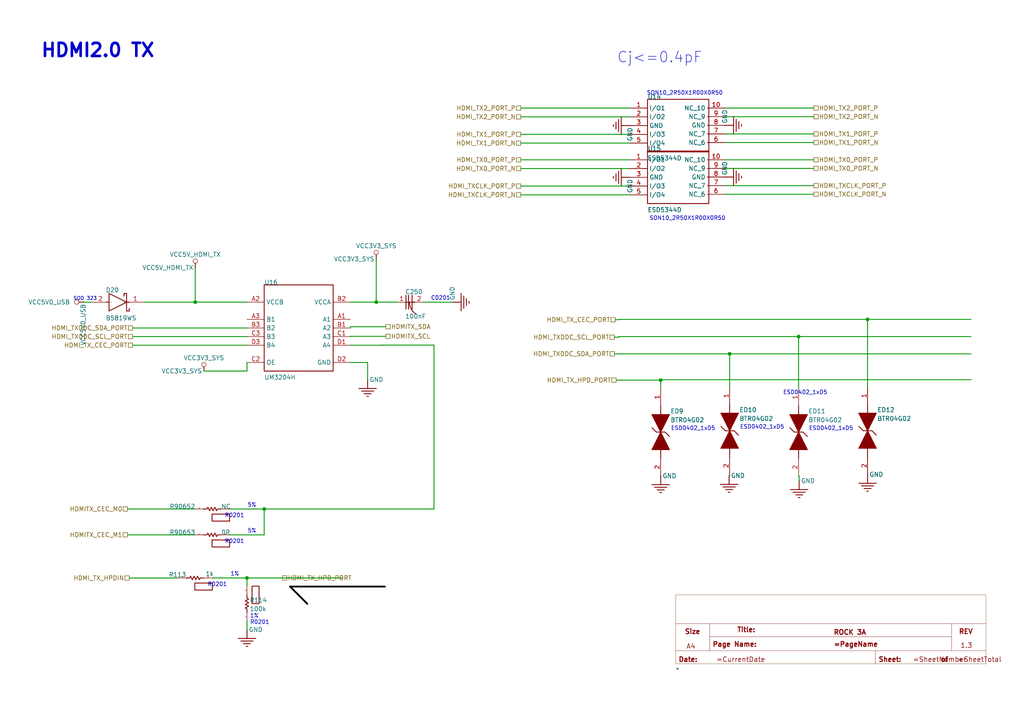
<source format=kicad_sch>
(kicad_sch (version 20230819) (generator eeschema)
  (paper "A4")
  (lib_symbols
    (symbol "cm3568 LPDDR4-altium-import:GND" (power)
      (property "Reference" "#PWR" (at 0 0 0))
      (property "Value" "GND" (at 0 6.35 0))
      (symbol "GND_0_0"
        (polyline (pts (xy -2.54 -2.54) (xy 2.54 -2.54)) (stroke (width 0.254)))
        (polyline (pts (xy -1.778 -3.302) (xy 1.778 -3.302)) (stroke (width 0.254)))
        (polyline (pts (xy -1.016 -4.064) (xy 1.016 -4.064)) (stroke (width 0.254)))
        (polyline (pts (xy -0.254 -4.826) (xy 0.254 -4.826)) (stroke (width 0.254)))
        (polyline (pts (xy 0 0) (xy 0 -2.54)) (stroke (width 0.254)))
        (pin power_in line (at 0 0 0) (length 0) (name "GND") (number ""))
      )
    )
    (symbol "cm3568 LPDDR4-altium-import:VCC3V3_SYS" (power)
      (property "Reference" "#PWR" (at 0 0 0))
      (property "Value" "VCC3V3_SYS" (at 0 3.81 0))
      (symbol "VCC3V3_SYS_0_0"
        (circle (center 0 -1.905) (radius 0.635) (stroke (width 0.127)))
        (polyline (pts (xy 0 0) (xy 0 -1.27)) (stroke (width 0.254)))
        (pin power_in line (at 0 0 0) (length 0) (name "VCC3V3_SYS") (number ""))
      )
    )
    (symbol "cm3568 LPDDR4-altium-import:VCC5V0_USB" (power)
      (property "Reference" "#PWR" (at 0 0 0))
      (property "Value" "VCC5V0_USB" (at 0 3.81 0))
      (symbol "VCC5V0_USB_0_0"
        (circle (center 0 -1.905) (radius 0.635) (stroke (width 0.127)))
        (polyline (pts (xy 0 0) (xy 0 -1.27)) (stroke (width 0.254)))
        (pin power_in line (at 0 0 0) (length 0) (name "VCC5V0_USB") (number ""))
      )
    )
    (symbol "cm3568 LPDDR4-altium-import:VCC5V_HDMI_TX" (power)
      (property "Reference" "#PWR" (at 0 0 0))
      (property "Value" "VCC5V_HDMI_TX" (at 0 3.81 0))
      (symbol "VCC5V_HDMI_TX_0_0"
        (circle (center 0 -1.905) (radius 0.635) (stroke (width 0.127)))
        (polyline (pts (xy 0 0) (xy 0 -1.27)) (stroke (width 0.254)))
        (pin power_in line (at 0 0 0) (length 0) (name "VCC5V_HDMI_TX") (number ""))
      )
    )
    (symbol "cm3568 LPDDR4-altium-import:root_0_B5819WS"
      (symbol "root_0_B5819WS_1_0"
        (polyline (pts (xy -2.42 -2.54) (xy 2.66 0)) (stroke (width 0.254)))
        (polyline (pts (xy -2.42 0) (xy -3.182 0)) (stroke (width 0.254)))
        (polyline (pts (xy -2.42 2.54) (xy -2.42 -2.54)) (stroke (width 0.254)))
        (polyline (pts (xy -2.42 2.54) (xy 2.66 0)) (stroke (width 0.254)))
        (polyline (pts (xy 1.898 2.54) (xy 1.898 1.778)) (stroke (width 0.254)))
        (polyline (pts (xy 2.66 -2.54) (xy 3.422 -2.54)) (stroke (width 0.254)))
        (polyline (pts (xy 2.66 0) (xy 3.422 0)) (stroke (width 0.254)))
        (polyline (pts (xy 2.66 2.54) (xy 1.898 2.54)) (stroke (width 0.254)))
        (polyline (pts (xy 2.66 2.54) (xy 2.66 -2.54)) (stroke (width 0.254)))
        (polyline (pts (xy 3.422 -2.54) (xy 3.422 -1.778)) (stroke (width 0.254)))
        (pin passive line (at 7.74 0 180) (length 5.08) (name "C") (number "1"))
        (pin passive line (at -7.5 0 0) (length 5.08) (name "A") (number "2"))
      )
    )
    (symbol "cm3568 LPDDR4-altium-import:root_0_C0201_100nF"
      (symbol "root_0_C0201_100nF_1_0"
        (polyline (pts (xy 0 -4.572) (xy 0 -0.508)) (stroke (width 0.254)))
        (polyline (pts (xy 0 -2.54) (xy 0.762 -2.54)) (stroke (width 0.254)))
        (polyline (pts (xy 0.762 -4.572) (xy 0.762 -0.508)) (stroke (width 0.254)))
        (polyline (pts (xy 1.016 -2.54) (xy 2.54 -2.54)) (stroke (width 0.254)))
        (polyline (pts (xy 1.778 -0.508) (xy 1.778 -4.572)) (stroke (width 0.254)))
        (polyline (pts (xy 2.54 -2.54) (xy 1.778 -2.54)) (stroke (width 0.254)))
        (arc (start 1.016 -2.54) (mid 1.1454 -3.5575) (end 1.5255 -4.5103) (stroke (width 0.254)))
        (arc (start 1.5255 -4.5103) (mid 2.132 -5.3375) (end 2.9264 -5.9865) (stroke (width 0.254)))
        (pin passive line (at -2.54 -2.54 0) (length 2.54) (name "1") (number "1"))
        (pin passive line (at 5.08 -2.54 180) (length 2.54) (name "2") (number "2"))
      )
    )
    (symbol "cm3568 LPDDR4-altium-import:root_0_ESD5344D"
      (symbol "root_0_ESD5344D_1_0"
        (rectangle (start 22.86 2.54) (end 5.08 -12.7) (stroke (width 0.254)))
        (pin passive line (at 0 0 0) (length 5.08) (name "I/O1") (number "1"))
        (pin passive line (at 27.5 0 180) (length 5.08) (name "NC_10") (number "10"))
        (pin passive line (at 0 -2.54 0) (length 5.08) (name "I/O2") (number "2"))
        (pin passive line (at 0 -5.08 0) (length 5.08) (name "GND") (number "3"))
        (pin passive line (at 0 -7.62 0) (length 5.08) (name "I/O3") (number "4"))
        (pin passive line (at 0 -10.16 0) (length 5.08) (name "I/O4") (number "5"))
        (pin passive line (at 27.5 -10 180) (length 5.08) (name "NC_6") (number "6"))
        (pin passive line (at 27.5 -7.5 180) (length 5.08) (name "NC_7") (number "7"))
        (pin passive line (at 27.5 -5 180) (length 5.08) (name "GND") (number "8"))
        (pin passive line (at 27.5 -2.5 180) (length 5.08) (name "NC_9") (number "9"))
      )
    )
    (symbol "cm3568 LPDDR4-altium-import:root_0_R0201_1k"
      (symbol "root_0_R0201_1k_1_0"
        (polyline (pts (xy 2.58 -0.04) (xy 1.564 -0.04) (xy 1.31 -0.548) (xy 0.802 0.468) (xy 0.294 -0.548) (xy -0.214 0.468) (xy -0.722 -0.548) (xy -1.23 0.468) (xy -1.484 -0.04) (xy -2.5 -0.04)) (stroke (width 0.254)))
        (rectangle (start 5.08 -1.524) (end 0 -3.556) (stroke (width 0.254)))
        (pin passive line (at -5.04 -0.04 0) (length 2.54) (name "1") (number "1"))
        (pin passive line (at 5.12 -0.04 180) (length 2.54) (name "2") (number "2"))
      )
    )
    (symbol "cm3568 LPDDR4-altium-import:root_0_R0201_NC"
      (symbol "root_0_R0201_NC_1_0"
        (polyline (pts (xy 2.58 -0.04) (xy 1.564 -0.04) (xy 1.31 -0.548) (xy 0.802 0.468) (xy 0.294 -0.548) (xy -0.214 0.468) (xy -0.722 -0.548) (xy -1.23 0.468) (xy -1.484 -0.04) (xy -2.5 -0.04)) (stroke (width 0.254)))
        (rectangle (start 5.08 -1.524) (end 0 -3.556) (stroke (width 0.254)))
        (pin passive line (at -5.04 -0.04 0) (length 2.54) (name "1") (number "1"))
        (pin passive line (at 5.12 -0.04 180) (length 2.54) (name "2") (number "2"))
      )
    )
    (symbol "cm3568 LPDDR4-altium-import:root_0_R0402_0R"
      (symbol "root_0_R0402_0R_1_0"
        (polyline (pts (xy 2.58 -0.04) (xy 1.564 -0.04) (xy 1.31 -0.548) (xy 0.802 0.468) (xy 0.294 -0.548) (xy -0.214 0.468) (xy -0.722 -0.548) (xy -1.23 0.468) (xy -1.484 -0.04) (xy -2.5 -0.04)) (stroke (width 0.254)))
        (rectangle (start 5.08 -1.524) (end 0 -3.556) (stroke (width 0.254)))
        (pin passive line (at -5.04 -0.04 0) (length 2.54) (name "1") (number "1"))
        (pin passive line (at 5.12 -0.04 180) (length 2.54) (name "2") (number "2"))
      )
    )
    (symbol "cm3568 LPDDR4-altium-import:root_0_Rock Title block_A4"
      (symbol "root_0_Rock Title block_A4_1_0"
        (polyline (pts (xy -0.084 3.81) (xy 89.916 3.81)) (stroke (width 0.0254)))
        (polyline (pts (xy 0 11.684) (xy 90 11.684)) (stroke (width 0.0254)))
        (polyline (pts (xy 9.906 7.874) (xy 79.906 7.874)) (stroke (width 0.0254)))
        (polyline (pts (xy 9.906 11.684) (xy 9.906 3.81)) (stroke (width 0.0254)))
        (polyline (pts (xy 57.912 3.81) (xy 57.912 0)) (stroke (width 0.0254)))
        (polyline (pts (xy 80.01 11.684) (xy 80.01 3.81)) (stroke (width 0.0254)))
        (polyline (pts (xy 0 0) (xy 90 0) (xy 90 20) (xy 0 20) (xy 0 0)) (stroke (width 0.0254) (color 120 63 4 1)))
        (text "1.3" (at 82.55 4.572 0) (effects (font (size 1.397 1.397)) (justify left bottom)))
        (text "=CurrentDate" (at 11.746 0.492 0) (effects (font (size 1.397 1.397)) (justify left bottom)))
        (text "=PageName" (at 52.254 5.714 0) (effects (font (size 1.397 1.397) bold)))
        (text "=SheetNumber" (at 68.746 0.492 0) (effects (font (size 1.397 1.397)) (justify left bottom)))
        (text "=SheetTotal" (at 81.746 0.492 0) (effects (font (size 1.397 1.397)) (justify left bottom)))
        (text "A4" (at 3.048 4.318 0) (effects (font (size 1.397 1.397)) (justify left bottom)))
        (text "Date:" (at 0.746 0.492 0) (effects (font (size 1.397 1.397) bold) (justify left bottom)))
        (text "of" (at 76.746 0.492 0) (effects (font (size 1.397 1.397) bold) (justify left bottom)))
        (text "Page Name:" (at 10.605 5.714 0) (effects (font (size 1.397 1.397) bold) (justify left)))
        (text "REV" (at 82.042 9.398 0) (effects (font (size 1.397 1.397) bold) (justify left)))
        (text "ROCK 3A" (at 45.72 8.382 0) (effects (font (size 1.397 1.397) bold) (justify left bottom)))
        (text "Sheet:" (at 58.746 0.492 0) (effects (font (size 1.397 1.397) bold) (justify left bottom)))
        (text "Size" (at 2.54 9.398 0) (effects (font (size 1.397 1.397) bold) (justify left)))
        (text "Title:" (at 17.73 9.936 0) (effects (font (size 1.397 1.397) bold) (justify left)))
      )
    )
    (symbol "cm3568 LPDDR4-altium-import:root_0_UM3204H"
      (symbol "root_0_UM3204H_1_0"
        (rectangle (start 10 7.5) (end -10 -17.5) (stroke (width 0.254)))
        (pin passive line (at 15 -2.5 180) (length 5.08) (name "A1") (number "A1"))
        (pin passive line (at -15 2.5 0) (length 5.08) (name "VCCB") (number "A2"))
        (pin passive line (at -15 -2.5 0) (length 5.08) (name "B1") (number "A3"))
        (pin passive line (at 15 -5 180) (length 5.08) (name "A2") (number "B1"))
        (pin passive line (at 15 2.5 180) (length 5.08) (name "VCCA") (number "B2"))
        (pin passive line (at -15 -5 0) (length 5.08) (name "B2") (number "B3"))
        (pin passive line (at 15 -7.5 180) (length 5.08) (name "A3") (number "C1"))
        (pin passive line (at -15 -15 0) (length 5.08) (name "OE") (number "C2"))
        (pin passive line (at -15 -7.5 0) (length 5.08) (name "B3") (number "C3"))
        (pin passive line (at 15 -10 180) (length 5.08) (name "A4") (number "D1"))
        (pin passive line (at 15 -15 180) (length 5.08) (name "GND") (number "D2"))
        (pin passive line (at -15 -10 0) (length 5.08) (name "B4") (number "D3"))
      )
    )
    (symbol "cm3568 LPDDR4-altium-import:root_1_R0201_100k"
      (symbol "root_1_R0201_100k_1_0"
        (polyline (pts (xy 0.04 2.58) (xy 0.04 1.564) (xy 0.548 1.31) (xy -0.468 0.802) (xy 0.548 0.294) (xy -0.468 -0.214) (xy 0.548 -0.722) (xy -0.468 -1.23) (xy 0.04 -1.484) (xy 0.04 -2.5)) (stroke (width 0.254)))
        (rectangle (start 3.556 5.08) (end 1.524 0) (stroke (width 0.254)))
        (pin passive line (at 0.04 -5.04 90) (length 2.54) (name "1") (number "1"))
        (pin passive line (at 0.04 5.12 270) (length 2.54) (name "2") (number "2"))
      )
    )
    (symbol "cm3568 LPDDR4-altium-import:root_3_BTR04G02"
      (symbol "root_3_BTR04G02_1_0"
        (polyline (pts (xy -2.54 -5.08) (xy 0 0)) (stroke (width 0.254)))
        (polyline (pts (xy -2.54 5.08) (xy 0 0)) (stroke (width 0.254)))
        (polyline (pts (xy -1.27 0) (xy -2.54 1.27)) (stroke (width 0.254)))
        (polyline (pts (xy 0 -5.08) (xy 0 -7.62)) (stroke (width 0.254)))
        (polyline (pts (xy 0 0) (xy 2.54 -5.08)) (stroke (width 0.254)))
        (polyline (pts (xy 0 5.08) (xy 0 7.62)) (stroke (width 0.254)))
        (polyline (pts (xy 1.27 0) (xy -1.27 0)) (stroke (width 0.254)))
        (polyline (pts (xy 1.27 0) (xy 2.54 -1.27)) (stroke (width 0.254)))
        (polyline (pts (xy 2.54 -5.08) (xy -2.54 -5.08)) (stroke (width 0.254)))
        (polyline (pts (xy 2.54 5.08) (xy -2.54 5.08)) (stroke (width 0.254)))
        (polyline (pts (xy 2.54 5.08) (xy 0 0)) (stroke (width 0.254)))
        (polyline (pts (xy 0 -0.254) (xy 2.54 -5.08) (xy -2.54 -5.08) (xy 0 -0.254)) (stroke (width -0.0001)) (fill (type outline)))
        (polyline (pts (xy 2.54 5.08) (xy -2.54 5.08) (xy 0 0) (xy 2.54 5.08) (xy 2.54 5.08)) (stroke (width -0.0001)) (fill (type outline)))
        (pin passive line (at 0 12.7 270) (length 5.08) (name "1") (number "1"))
        (pin passive line (at 0 -12.7 90) (length 5.08) (name "2") (number "2"))
      )
    )
  )
  (junction (at 76.63 147.63))
  (junction (at 56.63 87.63))
  (junction (at 211.63 102.63))
  (junction (at 191.63 110.254))
  (junction (at 71.63 167.63))
  (junction (at 109.13 87.63))
  (junction (at 251.63 92.63))
  (junction (at 231.63 97.63))
  (wire (pts (xy 179.47 92.728) (xy 179.47 92.63)) (stroke (width 0.254)))
  (wire (pts (xy 109.13 75.13) (xy 109.13 87.63)) (stroke (width 0.254)))
  (wire (pts (xy 210.226 48.848) (xy 236.046 48.848)) (stroke (width 0.254)))
  (wire (pts (xy 101.63 95.13) (xy 101.63 94.76)) (stroke (width 0.254)))
  (wire (pts (xy 99.206 167.63) (xy 99.206 167.658)) (stroke (width 0.254)))
  (wire (pts (xy 115.208 87.63) (xy 109.13 87.63)) (stroke (width 0.254)))
  (wire (pts (xy 71.63 95.13) (xy 38.488 95.13)) (stroke (width 0.254)))
  (wire (pts (xy 110.89 100.13) (xy 101.63 100.13)) (stroke (width 0.254)))
  (wire (pts (xy 131.21 87.648) (xy 122.828 87.648)) (stroke (width 0.254)))
  (wire (pts (xy 66.63 155.13) (xy 76.63 155.13)) (stroke (width 0.254)))
  (wire (pts (xy 210.226 53.848) (xy 236.046 53.848)) (stroke (width 0.254)))
  (wire (pts (xy 56.63 77.63) (xy 56.63 87.63)) (stroke (width 0.254)))
  (wire (pts (xy 106.63 105.13) (xy 101.63 105.13)) (stroke (width 0.254)))
  (wire (pts (xy 178.708 110.254) (xy 191.63 110.254)) (stroke (width 0.254)))
  (wire (pts (xy 182.726 56.508) (xy 151.046 56.508)) (stroke (width 0.254)))
  (wire (pts (xy 101.63 94.76) (xy 111.906 94.76)) (stroke (width 0.254)))
  (wire (pts (xy 179.978 102.634) (xy 179.978 102.63)) (stroke (width 0.254)))
  (wire (pts (xy 231.63 97.63) (xy 281.63 97.63)) (stroke (width 0.254)))
  (wire (pts (xy 178.2 97.808) (xy 179.47 97.808)) (stroke (width 0.254)))
  (wire (pts (xy 191.63 110.13) (xy 281.63 110.13)) (stroke (width 0.254)))
  (wire (pts (xy 231.794 139.464) (xy 231.794 138.03)) (stroke (width 0.254)))
  (wire (pts (xy 210.226 56.348) (xy 236.046 56.348)) (stroke (width 0.254)))
  (wire (pts (xy 36.976 155.13) (xy 56.47 155.13)) (stroke (width 0.254)))
  (wire (pts (xy 251.63 92.63) (xy 281.63 92.63)) (stroke (width 0.254)))
  (wire (pts (xy 71.63 107.63) (xy 59.13 107.63)) (stroke (width 0.254)))
  (wire (pts (xy 71.63 167.63) (xy 99.206 167.63)) (stroke (width 0.254)))
  (wire (pts (xy 182.726 38.968) (xy 151.046 38.968)) (stroke (width 0.254)))
  (wire (pts (xy 191.63 110.254) (xy 191.63 110.13)) (stroke (width 0.254)))
  (wire (pts (xy 211.474 137.94) (xy 211.63 137.94)) (stroke (width 0.254)))
  (wire (pts (xy 110.89 100.094) (xy 110.89 100.13)) (stroke (width 0.254)))
  (wire (pts (xy 210.226 38.848) (xy 236.046 38.848)) (stroke (width 0.254)))
  (wire (pts (xy 182.726 31.348) (xy 151.046 31.348)) (stroke (width 0.254)))
  (wire (pts (xy 71.63 169.97) (xy 71.63 167.63)) (stroke (width 0.254)))
  (polyline (pts (xy 84.13 170.13) (xy 111.63 170.13)) (stroke (width 0.508) (type solid) (color 0 0 0 1)))
  (wire (pts (xy 76.63 155.13) (xy 76.63 147.63)) (stroke (width 0.254)))
  (wire (pts (xy 51.47 167.658) (xy 51.47 167.63)) (stroke (width 0.254)))
  (wire (pts (xy 76.63 147.63) (xy 125.876 147.63)) (stroke (width 0.254)))
  (wire (pts (xy 125.876 100.094) (xy 110.89 100.094)) (stroke (width 0.254)))
  (wire (pts (xy 210.226 31.348) (xy 236.046 31.348)) (stroke (width 0.254)))
  (wire (pts (xy 101.63 97.554) (xy 111.906 97.554)) (stroke (width 0.254)))
  (wire (pts (xy 182.726 41.508) (xy 151.046 41.508)) (stroke (width 0.254)))
  (wire (pts (xy 106.63 110.13) (xy 106.63 105.13)) (stroke (width 0.254)))
  (wire (pts (xy 109.13 87.63) (xy 101.63 87.63)) (stroke (width 0.254)))
  (wire (pts (xy 179.978 102.63) (xy 211.63 102.63)) (stroke (width 0.254)))
  (wire (pts (xy 71.63 100.13) (xy 38.488 100.13)) (stroke (width 0.254)))
  (wire (pts (xy 101.63 97.63) (xy 101.63 97.554)) (stroke (width 0.254)))
  (wire (pts (xy 56.63 87.63) (xy 56.63 87.648)) (stroke (width 0.254)))
  (wire (pts (xy 24.13 87.63) (xy 24.13 87.648)) (stroke (width 0.254)))
  (wire (pts (xy 178.2 102.634) (xy 179.978 102.634)) (stroke (width 0.254)))
  (wire (pts (xy 211.63 112.23) (xy 211.63 102.63)) (stroke (width 0.254)))
  (wire (pts (xy 182.726 33.888) (xy 151.046 33.888)) (stroke (width 0.254)))
  (wire (pts (xy 71.63 97.63) (xy 38.488 97.63)) (stroke (width 0.254)))
  (wire (pts (xy 56.47 147.63) (xy 36.976 147.63)) (stroke (width 0.254)))
  (wire (pts (xy 179.47 92.63) (xy 251.63 92.63)) (stroke (width 0.254)))
  (wire (pts (xy 211.63 137.94) (xy 211.63 137.63)) (stroke (width 0.254)))
  (wire (pts (xy 61.63 167.63) (xy 71.63 167.63)) (stroke (width 0.254)))
  (wire (pts (xy 179.47 97.808) (xy 179.47 97.63)) (stroke (width 0.254)))
  (wire (pts (xy 211.63 102.63) (xy 281.63 102.63)) (stroke (width 0.254)))
  (wire (pts (xy 182.726 46.348) (xy 151.046 46.348)) (stroke (width 0.254)))
  (polyline (pts (xy 84.13 170.13) (xy 89.13 175.13)) (stroke (width 0.508) (type solid) (color 0 0 0 1)))
  (wire (pts (xy 71.63 87.63) (xy 56.63 87.63)) (stroke (width 0.254)))
  (wire (pts (xy 179.47 97.63) (xy 231.63 97.63)) (stroke (width 0.254)))
  (wire (pts (xy 251.63 92.63) (xy 251.63 112.23)) (stroke (width 0.254)))
  (wire (pts (xy 24.13 87.648) (xy 26.562 87.648)) (stroke (width 0.254)))
  (wire (pts (xy 182.726 53.968) (xy 151.046 53.968)) (stroke (width 0.254)))
  (wire (pts (xy 231.63 112.63) (xy 231.63 97.63)) (stroke (width 0.254)))
  (wire (pts (xy 125.876 147.63) (xy 125.876 100.094)) (stroke (width 0.254)))
  (wire (pts (xy 210.226 33.848) (xy 236.046 33.848)) (stroke (width 0.254)))
  (wire (pts (xy 71.63 182.63) (xy 71.63 180.13)) (stroke (width 0.254)))
  (wire (pts (xy 56.63 87.648) (xy 41.802 87.648)) (stroke (width 0.254)))
  (wire (pts (xy 71.63 105.13) (xy 71.63 107.63)) (stroke (width 0.254)))
  (wire (pts (xy 115.208 87.648) (xy 115.208 87.63)) (stroke (width 0.254)))
  (wire (pts (xy 37.484 167.658) (xy 51.47 167.658)) (stroke (width 0.254)))
  (wire (pts (xy 182.726 48.888) (xy 151.046 48.888)) (stroke (width 0.254)))
  (wire (pts (xy 191.63 112.63) (xy 191.63 110.254)) (stroke (width 0.254)))
  (wire (pts (xy 178.454 92.728) (xy 179.47 92.728)) (stroke (width 0.254)))
  (wire (pts (xy 210.226 46.348) (xy 236.046 46.348)) (stroke (width 0.254)))
  (wire (pts (xy 76.63 147.63) (xy 66.63 147.63)) (stroke (width 0.254)))
  (wire (pts (xy 231.794 138.03) (xy 231.63 138.03)) (stroke (width 0.254)))
  (wire (pts (xy 210.226 41.348) (xy 236.046 41.348)) (stroke (width 0.254)))
  (text_box "R0201" (at 71.828 147.862 0) (size -7.5 3.352) (stroke (width -0.0001) (color 0 0 0 1)) (effects (font (size 1.143 1.143)) (justify left top)))
  (text_box "SON10_2R50X1R00X0R50" (at 213.224 61.652 0) (size -25.752 3.302) (stroke (width -0.0001) (color 0 0 0 1)) (effects (font (size 1.143 1.143)) (justify left top)))
  (text_box "1%\nR0201" (at 79.13 176.992 0) (size -7.5 5.638) (stroke (width -0.0001) (color 0 0 0 1)) (effects (font (size 1.143 1.143)) (justify left top)))
  (text_box "C0201" (at 131.598 84.804 0) (size -7.5 3.352) (stroke (width -0.0001) (color 0 0 0 1)) (effects (font (size 1.143 1.143)) (justify left top)))
  (text_box "5%" (at 78.432 152.314 0) (size -7.5 3.352) (stroke (width -0.0001) (color 0 0 0 1)) (effects (font (size 1.143 1.143)) (justify left top)))
  (text_box "ESD0402_1xD5" (at 251.972 112.194 0) (size -25.752 3.302) (stroke (width -0.0001) (color 0 0 0 1)) (effects (font (size 1.143 1.143)) (justify left top)))
  (text_box "1%" (at 73.432 164.814 0) (size -7.5 3.352) (stroke (width -0.0001) (color 0 0 0 1)) (effects (font (size 1.143 1.143)) (justify left top)))
  (text_box "HDMI2.0 TX" (at 58.204 9.416 0) (size -49.422 10.16) (stroke (width -0.0001) (color 0 0 0 1)) (effects (font (size 3.81 3.81) bold) (justify left top)))
  (text_box "ESD0402_1xD5" (at 239.472 122.194 0) (size -25.752 3.302) (stroke (width -0.0001) (color 0 0 0 1)) (effects (font (size 1.143 1.143)) (justify left top)))
  (text_box "R0201" (at 66.828 167.862 0) (size -7.5 3.352) (stroke (width -0.0001) (color 0 0 0 1)) (effects (font (size 1.143 1.143)) (justify left top)))
  (text_box "ESD0402_1xD5" (at 219.472 122.594 0) (size -25.752 3.302) (stroke (width -0.0001) (color 0 0 0 1)) (effects (font (size 1.143 1.143)) (justify left top)))
  (text_box "Cj<=0.4pF" (at 226.052 12.47 0) (size -49.422 10.16) (stroke (width -0.0001) (color 0 0 0 1)) (effects (font (size 3.048 3.048)) (justify left top)))
  (text_box "SOD 323" (at 29.063 85.108 0) (size -8.597 3.048) (stroke (width -0.0001) (color 0 0 0 1)) (effects (font (size 1.016 1.016)) (justify left top)))
  (text_box "R0201" (at 71.828 155.362 0) (size -7.5 3.352) (stroke (width -0.0001) (color 0 0 0 1)) (effects (font (size 1.143 1.143)) (justify left top)))
  (text_box "ESD0402_1xD5" (at 259.472 122.594 0) (size -25.752 3.302) (stroke (width -0.0001) (color 0 0 0 1)) (effects (font (size 1.143 1.143)) (justify left top)))
  (text_box "5%" (at 78.432 144.814 0) (size -7.5 3.352) (stroke (width -0.0001) (color 0 0 0 1)) (effects (font (size 1.143 1.143)) (justify left top)))
  (text_box "SON10_2R50X1R00X0R50" (at 212.462 25.33 0) (size -25.752 3.302) (stroke (width -0.0001) (color 0 0 0 1)) (effects (font (size 1.143 1.143)) (justify left top)))
  (hierarchical_label "HDMI_TX0_PORT_P" (shape passive) (at 151.046 46.348 180))
  (hierarchical_label "HDMI_TXDDC_SCL_PORT" (shape passive) (at 38.488 97.63 180))
  (hierarchical_label "HDMI_TX0_PORT_P" (shape passive) (at 236.046 46.348 0))
  (hierarchical_label "HDMI_TX_CEC_PORT" (shape passive) (at 178.454 92.728 180))
  (hierarchical_label "HDMI_TXDDC_SCL_PORT" (shape passive) (at 178.2 97.808 180))
  (hierarchical_label "HDMI_TX0_PORT_N" (shape passive) (at 151.046 48.888 180))
  (hierarchical_label "HDMI_TX2_PORT_P" (shape passive) (at 151.046 31.348 180))
  (hierarchical_label "HDMI_TX1_PORT_N" (shape passive) (at 236.046 41.348 0))
  (hierarchical_label "HDMI_TX1_PORT_N" (shape passive) (at 151.046 41.508 180))
  (hierarchical_label "HDMI_TXCLK_PORT_P" (shape passive) (at 236.046 53.848 0))
  (hierarchical_label "HDMI_TXDDC_SDA_PORT" (shape passive) (at 38.488 95.13 180))
  (hierarchical_label "HDMITX_SCL" (shape passive) (at 111.906 97.554 0))
  (hierarchical_label "HDMI_TX2_PORT_N" (shape passive) (at 236.046 33.848 0))
  (hierarchical_label "HDMI_TX_HPD_PORT" (shape passive) (at 178.708 110.254 180))
  (hierarchical_label "HDMI_TX2_PORT_P" (shape passive) (at 236.046 31.348 0))
  (hierarchical_label "HDMI_TX1_PORT_P" (shape passive) (at 151.046 38.968 180))
  (hierarchical_label "HDMITX_CEC_M0" (shape passive) (at 36.976 147.63 180))
  (hierarchical_label "HDMI_TX_CEC_PORT" (shape passive) (at 38.488 100.13 180))
  (hierarchical_label "HDMITX_CEC_M1" (shape passive) (at 36.976 155.13 180))
  (hierarchical_label "HDMI_TX2_PORT_N" (shape passive) (at 151.046 33.888 180))
  (hierarchical_label "HDMI_TX_HPDIN" (shape passive) (at 37.484 167.658 180))
  (hierarchical_label "HDMI_TX1_PORT_P" (shape passive) (at 236.046 38.848 0))
  (hierarchical_label "HDMI_TXCLK_PORT_N" (shape passive) (at 151.046 56.508 180))
  (hierarchical_label "HDMI_TXCLK_PORT_N" (shape passive) (at 236.046 56.348 0))
  (hierarchical_label "HDMITX_SDA" (shape passive) (at 111.906 94.76 0))
  (hierarchical_label "HDMI_TX0_PORT_N" (shape passive) (at 236.046 48.848 0))
  (hierarchical_label "HDMI_TX_HPD_PORT" (shape passive) (at 81.934 167.63 0))
  (hierarchical_label "HDMI_TXDDC_SDA_PORT" (shape passive) (at 178.2 102.634 180))
  (hierarchical_label "HDMI_TXCLK_PORT_P" (shape passive) (at 151.046 53.968 180))
  (symbol (lib_id "cm3568 LPDDR4-altium-import:root_0_R0201_NC") (at 61.51 155.09 0) (unit 1)
    (property "Reference" "R90653" (at 49.13 155.13 0) (effects (justify left bottom)))
    (property "Value" "0R" (at 64.13 155.13 0) (effects (justify left bottom)))
    (property "Footprint" "R0201" (effects hide))
    (property "ALTIUM_VALUE" "NC" (effects hide))
    (instances (project "cm3568 LPDDR4" (path "" (reference "R90653") (unit 1))) (project "CM3568" (path "" (reference "R?") (unit 1))))
  )
  (symbol (lib_id "cm3568 LPDDR4-altium-import:GND") (at 211.474 137.94 0) (unit 1)
    (property "Reference" "#PWR?" (effects hide))
    (property "Value" "GND" (effects hide))
    (instances (project "cm3568 LPDDR4" (path "" (reference "#PWR?") (unit 1))) (project "CM3568" (path "" (reference "#PWR094") (unit 1))))
  )
  (symbol (lib_id "cm3568 LPDDR4-altium-import:root_1_R0201_100k") (at 71.59 175.09 0) (unit 1)
    (property "Reference" "R114" (at 72.392 174.796 0) (effects (justify left bottom)))
    (property "Value" "100k" (at 72.392 177.336 0) (effects (justify left bottom)))
    (property "Footprint" "R0201" (effects hide))
    (property "ALTIUM_VALUE" "100k" (effects hide))
    (instances (project "cm3568 LPDDR4" (path "" (reference "R114") (unit 1))) (project "CM3568" (path "" (reference "R?") (unit 1))))
  )
  (symbol (lib_id "cm3568 LPDDR4-altium-import:VCC3V3_SYS") (at 59.13 107.63 180) (unit 1)
    (property "Reference" "#PWR?" (effects hide))
    (property "Value" "VCC3V3_SYS" (at 59.13 103.82 0))
    (instances (project "cm3568 LPDDR4" (path "" (reference "#PWR?") (unit 1))) (project "CM3568" (path "" (reference "#PWR084") (unit 1))))
  )
  (symbol (lib_id "cm3568 LPDDR4-altium-import:root_0_ESD5344D") (at 182.726 31.348 0) (unit 1)
    (property "Reference" "U14" (at 187.806 28.808 0) (effects (justify left bottom)))
    (property "Value" "ESD5344D" (at 187.806 46.588 0) (effects (justify left bottom)))
    (property "Footprint" "DFN2510-10L" (effects hide))
    (property "HEIGHT" "0.6mm" (effects hide))
    (property "MANUFACTURER_NAME" "Will Semiconductor" (effects hide))
    (property "MANUFACTURER_PART_NUMBER" "ESD5344D" (effects hide))
    (instances (project "cm3568 LPDDR4" (path "" (reference "U14") (unit 1))) (project "CM3568" (path "" (reference "U?") (unit 1))))
  )
  (symbol (lib_id "cm3568 LPDDR4-altium-import:root_0_R0402_0R") (at 61.51 147.59 0) (unit 1)
    (property "Reference" "R90652" (at 49.13 147.63 0) (effects (justify left bottom)))
    (property "Value" "NC" (at 64.13 147.63 0) (effects (justify left bottom)))
    (property "Footprint" "R0402" (effects hide))
    (property "ALTIUM_VALUE" "0R" (effects hide))
    (instances (project "cm3568 LPDDR4" (path "" (reference "R90652") (unit 1))) (project "CM3568" (path "" (reference "R?") (unit 1))))
  )
  (symbol (lib_id "cm3568 LPDDR4-altium-import:VCC5V_HDMI_TX") (at 56.63 77.63 180) (unit 1)
    (property "Reference" "#PWR?" (effects hide))
    (property "Value" "VCC5V_HDMI_TX" (at 56.63 73.82 0))
    (instances (project "cm3568 LPDDR4" (path "" (reference "#PWR?") (unit 1))) (project "CM3568" (path "" (reference "#PWR083") (unit 1))))
  )
  (symbol (lib_id "cm3568 LPDDR4-altium-import:root_0_R0201_1k") (at 56.51 167.59 0) (unit 1)
    (property "Reference" "R113" (at 48.914 167.404 0) (effects (justify left bottom)))
    (property "Value" "1k" (at 59.582 167.15 0) (effects (justify left bottom)))
    (property "Footprint" "R0201" (effects hide))
    (property "ALTIUM_VALUE" "1k" (effects hide))
    (instances (project "cm3568 LPDDR4" (path "" (reference "R113") (unit 1))) (project "CM3568" (path "" (reference "R?") (unit 1))))
  )
  (symbol (lib_id "cm3568 LPDDR4-altium-import:root_0_C0201_100nF") (at 117.748 85.108 0) (unit 1)
    (property "Reference" "C250" (at 117.494 85.362 0) (effects (justify left bottom)))
    (property "Value" "100nF" (at 117.494 92.474 0) (effects (justify left bottom)))
    (property "Footprint" "C0201" (effects hide))
    (instances (project "cm3568 LPDDR4" (path "" (reference "C250") (unit 1))) (project "CM3568" (path "" (reference "C?") (unit 1))))
  )
  (symbol (lib_id "cm3568 LPDDR4-altium-import:GND") (at 131.21 87.648 90) (unit 1)
    (property "Reference" "#PWR?" (effects hide))
    (property "Value" "GND" (effects hide))
    (instances (project "cm3568 LPDDR4" (path "" (reference "#PWR?") (unit 1))) (project "CM3568" (path "" (reference "#PWR088") (unit 1))))
  )
  (symbol (lib_id "cm3568 LPDDR4-altium-import:root_0_UM3204H") (at 86.63 90.13 0) (unit 1)
    (property "Reference" "U16" (at 76.63 82.63 0) (effects (justify left bottom)))
    (property "Value" "UM3204H" (at 76.63 110.17 0) (effects (justify left bottom)))
    (property "Footprint" "CSP12_19_14" (effects hide))
    (instances (project "cm3568 LPDDR4" (path "" (reference "U16") (unit 1))) (project "CM3568" (path "" (reference "U?") (unit 1))))
  )
  (symbol (lib_id "cm3568 LPDDR4-altium-import:GND") (at 71.63 182.63 0) (unit 1)
    (property "Reference" "#PWR?" (effects hide))
    (property "Value" "GND" (effects hide))
    (instances (project "cm3568 LPDDR4" (path "" (reference "#PWR?") (unit 1))) (project "CM3568" (path "" (reference "#PWR085") (unit 1))))
  )
  (symbol (lib_id "cm3568 LPDDR4-altium-import:root_3_BTR04G02") (at 211.63 124.93 0) (unit 1)
    (property "Reference" "ED10" (at 214.424 119.596 0) (effects (justify left bottom)))
    (property "Value" "BTR04G02" (at 214.424 122.136 0) (effects (justify left bottom)))
    (property "Footprint" "ESD0402_1xD5" (effects hide))
    (instances (project "cm3568 LPDDR4" (path "" (reference "ED10") (unit 1))) (project "CM3568" (path "" (reference "ED?") (unit 1))))
  )
  (symbol (lib_id "cm3568 LPDDR4-altium-import:VCC3V3_SYS") (at 109.13 75.13 180) (unit 1)
    (property "Reference" "#PWR?" (effects hide))
    (property "Value" "VCC3V3_SYS" (at 109.13 71.32 0))
    (instances (project "cm3568 LPDDR4" (path "" (reference "#PWR?") (unit 1))) (project "CM3568" (path "" (reference "#PWR087") (unit 1))))
  )
  (symbol (lib_id "cm3568 LPDDR4-altium-import:GND") (at 210.226 51.348 90) (unit 1)
    (property "Reference" "#PWR?" (effects hide))
    (property "Value" "GND" (effects hide))
    (instances (project "cm3568 LPDDR4" (path "" (reference "#PWR?") (unit 1))) (project "CM3568" (path "" (reference "#PWR093") (unit 1))))
  )
  (symbol (lib_id "cm3568 LPDDR4-altium-import:GND") (at 106.63 110.13 0) (unit 1)
    (property "Reference" "#PWR?" (effects hide))
    (property "Value" "GND" (effects hide))
    (instances (project "cm3568 LPDDR4" (path "" (reference "#PWR?") (unit 1))) (project "CM3568" (path "" (reference "#PWR086") (unit 1))))
  )
  (symbol (lib_id "cm3568 LPDDR4-altium-import:GND") (at 182.726 36.428 270) (unit 1)
    (property "Reference" "#PWR?" (effects hide))
    (property "Value" "GND" (effects hide))
    (instances (project "cm3568 LPDDR4" (path "" (reference "#PWR?") (unit 1))) (project "CM3568" (path "" (reference "#PWR089") (unit 1))))
  )
  (symbol (lib_id "cm3568 LPDDR4-altium-import:root_0_Rock Title block_A4") (at 195.98 192.55 0) (unit 1)
    (property "Reference" "*" (at 195.896 195.09 0) (effects (justify left bottom)))
    (property "Value" "Rock Title block_A4" (effects hide))
    (instances (project "cm3568 LPDDR4" (path "" (reference "*") (unit 1))) (project "CM3568" (path "" (reference "U?") (unit 1))))
  )
  (symbol (lib_id "cm3568 LPDDR4-altium-import:GND") (at 191.63 138.03 0) (unit 1)
    (property "Reference" "#PWR?" (effects hide))
    (property "Value" "GND" (effects hide))
    (instances (project "cm3568 LPDDR4" (path "" (reference "#PWR?") (unit 1))) (project "CM3568" (path "" (reference "#PWR091") (unit 1))))
  )
  (symbol (lib_id "cm3568 LPDDR4-altium-import:GND") (at 210.226 36.348 90) (unit 1)
    (property "Reference" "#PWR?" (effects hide))
    (property "Value" "GND" (effects hide))
    (instances (project "cm3568 LPDDR4" (path "" (reference "#PWR?") (unit 1))) (project "CM3568" (path "" (reference "#PWR092") (unit 1))))
  )
  (symbol (lib_id "cm3568 LPDDR4-altium-import:root_0_B5819WS") (at 34.062 87.648 0) (unit 1)
    (property "Reference" "D20" (at 30.626 84.854 0) (effects (justify left bottom)))
    (property "Value" "B5819WS" (at 30.626 92.982 0) (effects (justify left bottom)))
    (property "Footprint" "SOD-323" (effects hide))
    (property "DATASHEET LINK" "https://assets.nexperia.com/documents/data-sheet/BAS116GW.pdf" (effects hide))
    (property "HEIGHT" "1.3mm" (effects hide))
    (property "MANUFACTURER_NAME" "Nexperia" (effects hide))
    (property "MANUFACTURER_PART_NUMBER" "BAS116GWX" (effects hide))
    (property "MOUSER PART NUMBER" "841-BAS116GWX" (effects hide))
    (property "MOUSER PRICE/STOCK" "https://www.mouser.co.uk/ProductDetail/Nexperia/BAS116GWX?qs=EO%252B2iqeaG035N7zMomR%2F2g%3D%3D" (effects hide))
    (property "ARROW PART NUMBER" "BAS116GWX" (effects hide))
    (property "ARROW PRICE/STOCK" "https://www.arrow.com/en/products/bas116gwx/nexperia" (effects hide))
    (instances (project "cm3568 LPDDR4" (path "" (reference "D20") (unit 1))) (project "CM3568" (path "" (reference "D?") (unit 1))))
  )
  (symbol (lib_id "cm3568 LPDDR4-altium-import:root_3_BTR04G02") (at 231.63 125.33 0) (unit 1)
    (property "Reference" "ED11" (at 234.424 119.996 0) (effects (justify left bottom)))
    (property "Value" "BTR04G02" (at 234.424 122.536 0) (effects (justify left bottom)))
    (property "Footprint" "ESD0402_1xD5" (effects hide))
    (instances (project "cm3568 LPDDR4" (path "" (reference "ED11") (unit 1))) (project "CM3568" (path "" (reference "ED?") (unit 1))))
  )
  (symbol (lib_id "cm3568 LPDDR4-altium-import:GND") (at 182.726 51.428 270) (unit 1)
    (property "Reference" "#PWR?" (effects hide))
    (property "Value" "GND" (effects hide))
    (instances (project "cm3568 LPDDR4" (path "" (reference "#PWR?") (unit 1))) (project "CM3568" (path "" (reference "#PWR090") (unit 1))))
  )
  (symbol (lib_id "cm3568 LPDDR4-altium-import:GND") (at 231.794 139.464 0) (unit 1)
    (property "Reference" "#PWR?" (effects hide))
    (property "Value" "GND" (effects hide))
    (instances (project "cm3568 LPDDR4" (path "" (reference "#PWR?") (unit 1))) (project "CM3568" (path "" (reference "#PWR095") (unit 1))))
  )
  (symbol (lib_id "cm3568 LPDDR4-altium-import:GND") (at 251.63 137.63 0) (unit 1)
    (property "Reference" "#PWR?" (effects hide))
    (property "Value" "GND" (effects hide))
    (instances (project "cm3568 LPDDR4" (path "" (reference "#PWR?") (unit 1))) (project "CM3568" (path "" (reference "#PWR096") (unit 1))))
  )
  (symbol (lib_id "cm3568 LPDDR4-altium-import:root_3_BTR04G02") (at 191.63 125.33 0) (unit 1)
    (property "Reference" "ED9" (at 194.424 119.996 0) (effects (justify left bottom)))
    (property "Value" "BTR04G02" (at 194.424 122.536 0) (effects (justify left bottom)))
    (property "Footprint" "ESD0402_1xD5" (effects hide))
    (instances (project "cm3568 LPDDR4" (path "" (reference "ED9") (unit 1))) (project "CM3568" (path "" (reference "ED?") (unit 1))))
  )
  (symbol (lib_id "cm3568 LPDDR4-altium-import:VCC5V0_USB") (at 24.13 87.63 270) (unit 1)
    (property "Reference" "#PWR?" (effects hide))
    (property "Value" "VCC5V0_USB" (at 20.32 87.63 90) (effects (justify right)))
    (instances (project "cm3568 LPDDR4" (path "" (reference "#PWR?") (unit 1))) (project "CM3568" (path "" (reference "#PWR082") (unit 1))))
  )
  (symbol (lib_id "cm3568 LPDDR4-altium-import:root_3_BTR04G02") (at 251.63 124.93 0) (unit 1)
    (property "Reference" "ED12" (at 254.424 119.596 0) (effects (justify left bottom)))
    (property "Value" "BTR04G02" (at 254.424 122.136 0) (effects (justify left bottom)))
    (property "Footprint" "ESD0402_1xD5" (effects hide))
    (instances (project "cm3568 LPDDR4" (path "" (reference "ED12") (unit 1))) (project "CM3568" (path "" (reference "ED?") (unit 1))))
  )
  (symbol (lib_id "cm3568 LPDDR4-altium-import:root_0_ESD5344D") (at 182.726 46.348 0) (unit 1)
    (property "Reference" "U15" (at 187.806 43.808 0) (effects (justify left bottom)))
    (property "Value" "ESD5344D" (at 187.806 61.588 0) (effects (justify left bottom)))
    (property "Footprint" "DFN2510-10L" (effects hide))
    (property "HEIGHT" "0.6mm" (effects hide))
    (property "MANUFACTURER_NAME" "Will Semiconductor" (effects hide))
    (property "MANUFACTURER_PART_NUMBER" "ESD5344D" (effects hide))
    (instances (project "cm3568 LPDDR4" (path "" (reference "U15") (unit 1))) (project "CM3568" (path "" (reference "U?") (unit 1))))
  )
)
</source>
